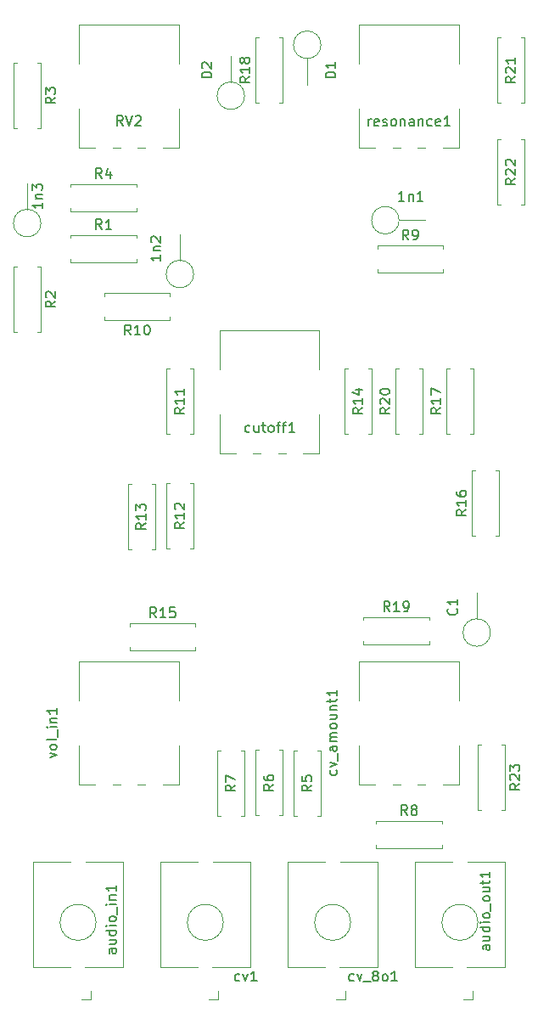
<source format=gto>
%TF.GenerationSoftware,KiCad,Pcbnew,(6.0.7)*%
%TF.CreationDate,2022-08-28T16:32:13+02:00*%
%TF.ProjectId,filter,66696c74-6572-42e6-9b69-6361645f7063,rev?*%
%TF.SameCoordinates,Original*%
%TF.FileFunction,Legend,Top*%
%TF.FilePolarity,Positive*%
%FSLAX46Y46*%
G04 Gerber Fmt 4.6, Leading zero omitted, Abs format (unit mm)*
G04 Created by KiCad (PCBNEW (6.0.7)) date 2022-08-28 16:32:13*
%MOMM*%
%LPD*%
G01*
G04 APERTURE LIST*
%ADD10C,0.150000*%
%ADD11C,0.120000*%
%ADD12O,1.600000X1.600000*%
%ADD13R,1.600000X1.600000*%
%ADD14C,4.000000*%
%ADD15C,1.800000*%
%ADD16C,1.600000*%
%ADD17R,1.930000X1.830000*%
%ADD18C,2.130000*%
%ADD19O,1.050000X1.500000*%
%ADD20R,1.050000X1.500000*%
%ADD21O,1.700000X1.700000*%
%ADD22R,1.700000X1.700000*%
%ADD23C,1.440000*%
G04 APERTURE END LIST*
D10*
X147694761Y-123841904D02*
X147742380Y-123937142D01*
X147742380Y-124127619D01*
X147694761Y-124222857D01*
X147647142Y-124270476D01*
X147551904Y-124318095D01*
X147266190Y-124318095D01*
X147170952Y-124270476D01*
X147123333Y-124222857D01*
X147075714Y-124127619D01*
X147075714Y-123937142D01*
X147123333Y-123841904D01*
X147075714Y-123508571D02*
X147742380Y-123270476D01*
X147075714Y-123032380D01*
X147837619Y-122889523D02*
X147837619Y-122127619D01*
X147742380Y-121460952D02*
X147218571Y-121460952D01*
X147123333Y-121508571D01*
X147075714Y-121603809D01*
X147075714Y-121794285D01*
X147123333Y-121889523D01*
X147694761Y-121460952D02*
X147742380Y-121556190D01*
X147742380Y-121794285D01*
X147694761Y-121889523D01*
X147599523Y-121937142D01*
X147504285Y-121937142D01*
X147409047Y-121889523D01*
X147361428Y-121794285D01*
X147361428Y-121556190D01*
X147313809Y-121460952D01*
X147742380Y-120984761D02*
X147075714Y-120984761D01*
X147170952Y-120984761D02*
X147123333Y-120937142D01*
X147075714Y-120841904D01*
X147075714Y-120699047D01*
X147123333Y-120603809D01*
X147218571Y-120556190D01*
X147742380Y-120556190D01*
X147218571Y-120556190D02*
X147123333Y-120508571D01*
X147075714Y-120413333D01*
X147075714Y-120270476D01*
X147123333Y-120175238D01*
X147218571Y-120127619D01*
X147742380Y-120127619D01*
X147742380Y-119508571D02*
X147694761Y-119603809D01*
X147647142Y-119651428D01*
X147551904Y-119699047D01*
X147266190Y-119699047D01*
X147170952Y-119651428D01*
X147123333Y-119603809D01*
X147075714Y-119508571D01*
X147075714Y-119365714D01*
X147123333Y-119270476D01*
X147170952Y-119222857D01*
X147266190Y-119175238D01*
X147551904Y-119175238D01*
X147647142Y-119222857D01*
X147694761Y-119270476D01*
X147742380Y-119365714D01*
X147742380Y-119508571D01*
X147075714Y-118318095D02*
X147742380Y-118318095D01*
X147075714Y-118746666D02*
X147599523Y-118746666D01*
X147694761Y-118699047D01*
X147742380Y-118603809D01*
X147742380Y-118460952D01*
X147694761Y-118365714D01*
X147647142Y-118318095D01*
X147075714Y-117841904D02*
X147742380Y-117841904D01*
X147170952Y-117841904D02*
X147123333Y-117794285D01*
X147075714Y-117699047D01*
X147075714Y-117556190D01*
X147123333Y-117460952D01*
X147218571Y-117413333D01*
X147742380Y-117413333D01*
X147075714Y-117080000D02*
X147075714Y-116699047D01*
X146742380Y-116937142D02*
X147599523Y-116937142D01*
X147694761Y-116889523D01*
X147742380Y-116794285D01*
X147742380Y-116699047D01*
X147742380Y-115841904D02*
X147742380Y-116413333D01*
X147742380Y-116127619D02*
X146742380Y-116127619D01*
X146885238Y-116222857D01*
X146980476Y-116318095D01*
X147028095Y-116413333D01*
X118364551Y-67247857D02*
X118364551Y-67819285D01*
X118364551Y-67533571D02*
X117364551Y-67533571D01*
X117507409Y-67628809D01*
X117602647Y-67724047D01*
X117650266Y-67819285D01*
X117697885Y-66819285D02*
X118364551Y-66819285D01*
X117793123Y-66819285D02*
X117745504Y-66771666D01*
X117697885Y-66676428D01*
X117697885Y-66533571D01*
X117745504Y-66438333D01*
X117840742Y-66390714D01*
X118364551Y-66390714D01*
X117364551Y-66009761D02*
X117364551Y-65390714D01*
X117745504Y-65724047D01*
X117745504Y-65581190D01*
X117793123Y-65485952D01*
X117840742Y-65438333D01*
X117935980Y-65390714D01*
X118174075Y-65390714D01*
X118269313Y-65438333D01*
X118316932Y-65485952D01*
X118364551Y-65581190D01*
X118364551Y-65866904D01*
X118316932Y-65962142D01*
X118269313Y-66009761D01*
X154881410Y-70941015D02*
X154548077Y-70464825D01*
X154309981Y-70941015D02*
X154309981Y-69941015D01*
X154690934Y-69941015D01*
X154786172Y-69988635D01*
X154833791Y-70036254D01*
X154881410Y-70131492D01*
X154881410Y-70274349D01*
X154833791Y-70369587D01*
X154786172Y-70417206D01*
X154690934Y-70464825D01*
X154309981Y-70464825D01*
X155357600Y-70941015D02*
X155548077Y-70941015D01*
X155643315Y-70893396D01*
X155690934Y-70845777D01*
X155786172Y-70702920D01*
X155833791Y-70512444D01*
X155833791Y-70131492D01*
X155786172Y-70036254D01*
X155738553Y-69988635D01*
X155643315Y-69941015D01*
X155452838Y-69941015D01*
X155357600Y-69988635D01*
X155309981Y-70036254D01*
X155262362Y-70131492D01*
X155262362Y-70369587D01*
X155309981Y-70464825D01*
X155357600Y-70512444D01*
X155452838Y-70560063D01*
X155643315Y-70560063D01*
X155738553Y-70512444D01*
X155786172Y-70464825D01*
X155833791Y-70369587D01*
X150892380Y-59572380D02*
X150892380Y-58905714D01*
X150892380Y-59096190D02*
X150940000Y-59000952D01*
X150987619Y-58953333D01*
X151082857Y-58905714D01*
X151178095Y-58905714D01*
X151892380Y-59524761D02*
X151797142Y-59572380D01*
X151606666Y-59572380D01*
X151511428Y-59524761D01*
X151463809Y-59429523D01*
X151463809Y-59048571D01*
X151511428Y-58953333D01*
X151606666Y-58905714D01*
X151797142Y-58905714D01*
X151892380Y-58953333D01*
X151940000Y-59048571D01*
X151940000Y-59143809D01*
X151463809Y-59239047D01*
X152320952Y-59524761D02*
X152416190Y-59572380D01*
X152606666Y-59572380D01*
X152701904Y-59524761D01*
X152749523Y-59429523D01*
X152749523Y-59381904D01*
X152701904Y-59286666D01*
X152606666Y-59239047D01*
X152463809Y-59239047D01*
X152368571Y-59191428D01*
X152320952Y-59096190D01*
X152320952Y-59048571D01*
X152368571Y-58953333D01*
X152463809Y-58905714D01*
X152606666Y-58905714D01*
X152701904Y-58953333D01*
X153320952Y-59572380D02*
X153225714Y-59524761D01*
X153178095Y-59477142D01*
X153130476Y-59381904D01*
X153130476Y-59096190D01*
X153178095Y-59000952D01*
X153225714Y-58953333D01*
X153320952Y-58905714D01*
X153463809Y-58905714D01*
X153559047Y-58953333D01*
X153606666Y-59000952D01*
X153654285Y-59096190D01*
X153654285Y-59381904D01*
X153606666Y-59477142D01*
X153559047Y-59524761D01*
X153463809Y-59572380D01*
X153320952Y-59572380D01*
X154082857Y-58905714D02*
X154082857Y-59572380D01*
X154082857Y-59000952D02*
X154130476Y-58953333D01*
X154225714Y-58905714D01*
X154368571Y-58905714D01*
X154463809Y-58953333D01*
X154511428Y-59048571D01*
X154511428Y-59572380D01*
X155416190Y-59572380D02*
X155416190Y-59048571D01*
X155368571Y-58953333D01*
X155273333Y-58905714D01*
X155082857Y-58905714D01*
X154987619Y-58953333D01*
X155416190Y-59524761D02*
X155320952Y-59572380D01*
X155082857Y-59572380D01*
X154987619Y-59524761D01*
X154940000Y-59429523D01*
X154940000Y-59334285D01*
X154987619Y-59239047D01*
X155082857Y-59191428D01*
X155320952Y-59191428D01*
X155416190Y-59143809D01*
X155892380Y-58905714D02*
X155892380Y-59572380D01*
X155892380Y-59000952D02*
X155940000Y-58953333D01*
X156035238Y-58905714D01*
X156178095Y-58905714D01*
X156273333Y-58953333D01*
X156320952Y-59048571D01*
X156320952Y-59572380D01*
X157225714Y-59524761D02*
X157130476Y-59572380D01*
X156940000Y-59572380D01*
X156844761Y-59524761D01*
X156797142Y-59477142D01*
X156749523Y-59381904D01*
X156749523Y-59096190D01*
X156797142Y-59000952D01*
X156844761Y-58953333D01*
X156940000Y-58905714D01*
X157130476Y-58905714D01*
X157225714Y-58953333D01*
X158035238Y-59524761D02*
X157940000Y-59572380D01*
X157749523Y-59572380D01*
X157654285Y-59524761D01*
X157606666Y-59429523D01*
X157606666Y-59048571D01*
X157654285Y-58953333D01*
X157749523Y-58905714D01*
X157940000Y-58905714D01*
X158035238Y-58953333D01*
X158082857Y-59048571D01*
X158082857Y-59143809D01*
X157606666Y-59239047D01*
X159035238Y-59572380D02*
X158463809Y-59572380D01*
X158749523Y-59572380D02*
X158749523Y-58572380D01*
X158654285Y-58715238D01*
X158559047Y-58810476D01*
X158463809Y-58858095D01*
X129721578Y-108600489D02*
X129388245Y-108124299D01*
X129150150Y-108600489D02*
X129150150Y-107600489D01*
X129531102Y-107600489D01*
X129626340Y-107648109D01*
X129673959Y-107695728D01*
X129721578Y-107790966D01*
X129721578Y-107933823D01*
X129673959Y-108029061D01*
X129626340Y-108076680D01*
X129531102Y-108124299D01*
X129150150Y-108124299D01*
X130673959Y-108600489D02*
X130102531Y-108600489D01*
X130388245Y-108600489D02*
X130388245Y-107600489D01*
X130293007Y-107743347D01*
X130197769Y-107838585D01*
X130102531Y-107886204D01*
X131578721Y-107600489D02*
X131102531Y-107600489D01*
X131054912Y-108076680D01*
X131102531Y-108029061D01*
X131197769Y-107981442D01*
X131435864Y-107981442D01*
X131531102Y-108029061D01*
X131578721Y-108076680D01*
X131626340Y-108171918D01*
X131626340Y-108410013D01*
X131578721Y-108505251D01*
X131531102Y-108552870D01*
X131435864Y-108600489D01*
X131197769Y-108600489D01*
X131102531Y-108552870D01*
X131054912Y-108505251D01*
X150312380Y-87702857D02*
X149836190Y-88036190D01*
X150312380Y-88274285D02*
X149312380Y-88274285D01*
X149312380Y-87893333D01*
X149360000Y-87798095D01*
X149407619Y-87750476D01*
X149502857Y-87702857D01*
X149645714Y-87702857D01*
X149740952Y-87750476D01*
X149788571Y-87798095D01*
X149836190Y-87893333D01*
X149836190Y-88274285D01*
X150312380Y-86750476D02*
X150312380Y-87321904D01*
X150312380Y-87036190D02*
X149312380Y-87036190D01*
X149455238Y-87131428D01*
X149550476Y-87226666D01*
X149598095Y-87321904D01*
X149645714Y-85893333D02*
X150312380Y-85893333D01*
X149264761Y-86131428D02*
X149979047Y-86369523D01*
X149979047Y-85750476D01*
X126404761Y-59572380D02*
X126071428Y-59096190D01*
X125833333Y-59572380D02*
X125833333Y-58572380D01*
X126214285Y-58572380D01*
X126309523Y-58620000D01*
X126357142Y-58667619D01*
X126404761Y-58762857D01*
X126404761Y-58905714D01*
X126357142Y-59000952D01*
X126309523Y-59048571D01*
X126214285Y-59096190D01*
X125833333Y-59096190D01*
X126690476Y-58572380D02*
X127023809Y-59572380D01*
X127357142Y-58572380D01*
X127642857Y-58667619D02*
X127690476Y-58620000D01*
X127785714Y-58572380D01*
X128023809Y-58572380D01*
X128119047Y-58620000D01*
X128166666Y-58667619D01*
X128214285Y-58762857D01*
X128214285Y-58858095D01*
X128166666Y-59000952D01*
X127595238Y-59572380D01*
X128214285Y-59572380D01*
X124293333Y-69902380D02*
X123960000Y-69426190D01*
X123721904Y-69902380D02*
X123721904Y-68902380D01*
X124102857Y-68902380D01*
X124198095Y-68950000D01*
X124245714Y-68997619D01*
X124293333Y-69092857D01*
X124293333Y-69235714D01*
X124245714Y-69330952D01*
X124198095Y-69378571D01*
X124102857Y-69426190D01*
X123721904Y-69426190D01*
X125245714Y-69902380D02*
X124674285Y-69902380D01*
X124960000Y-69902380D02*
X124960000Y-68902380D01*
X124864761Y-69045238D01*
X124769523Y-69140476D01*
X124674285Y-69188095D01*
X165552380Y-64842857D02*
X165076190Y-65176190D01*
X165552380Y-65414285D02*
X164552380Y-65414285D01*
X164552380Y-65033333D01*
X164600000Y-64938095D01*
X164647619Y-64890476D01*
X164742857Y-64842857D01*
X164885714Y-64842857D01*
X164980952Y-64890476D01*
X165028571Y-64938095D01*
X165076190Y-65033333D01*
X165076190Y-65414285D01*
X164647619Y-64461904D02*
X164600000Y-64414285D01*
X164552380Y-64319047D01*
X164552380Y-64080952D01*
X164600000Y-63985714D01*
X164647619Y-63938095D01*
X164742857Y-63890476D01*
X164838095Y-63890476D01*
X164980952Y-63938095D01*
X165552380Y-64509523D01*
X165552380Y-63890476D01*
X164647619Y-63509523D02*
X164600000Y-63461904D01*
X164552380Y-63366666D01*
X164552380Y-63128571D01*
X164600000Y-63033333D01*
X164647619Y-62985714D01*
X164742857Y-62938095D01*
X164838095Y-62938095D01*
X164980952Y-62985714D01*
X165552380Y-63557142D01*
X165552380Y-62938095D01*
X139052380Y-54682857D02*
X138576190Y-55016190D01*
X139052380Y-55254285D02*
X138052380Y-55254285D01*
X138052380Y-54873333D01*
X138100000Y-54778095D01*
X138147619Y-54730476D01*
X138242857Y-54682857D01*
X138385714Y-54682857D01*
X138480952Y-54730476D01*
X138528571Y-54778095D01*
X138576190Y-54873333D01*
X138576190Y-55254285D01*
X139052380Y-53730476D02*
X139052380Y-54301904D01*
X139052380Y-54016190D02*
X138052380Y-54016190D01*
X138195238Y-54111428D01*
X138290476Y-54206666D01*
X138338095Y-54301904D01*
X138480952Y-53159047D02*
X138433333Y-53254285D01*
X138385714Y-53301904D01*
X138290476Y-53349523D01*
X138242857Y-53349523D01*
X138147619Y-53301904D01*
X138100000Y-53254285D01*
X138052380Y-53159047D01*
X138052380Y-52968571D01*
X138100000Y-52873333D01*
X138147619Y-52825714D01*
X138242857Y-52778095D01*
X138290476Y-52778095D01*
X138385714Y-52825714D01*
X138433333Y-52873333D01*
X138480952Y-52968571D01*
X138480952Y-53159047D01*
X138528571Y-53254285D01*
X138576190Y-53301904D01*
X138671428Y-53349523D01*
X138861904Y-53349523D01*
X138957142Y-53301904D01*
X139004761Y-53254285D01*
X139052380Y-53159047D01*
X139052380Y-52968571D01*
X139004761Y-52873333D01*
X138957142Y-52825714D01*
X138861904Y-52778095D01*
X138671428Y-52778095D01*
X138576190Y-52825714D01*
X138528571Y-52873333D01*
X138480952Y-52968571D01*
X158102380Y-87702857D02*
X157626190Y-88036190D01*
X158102380Y-88274285D02*
X157102380Y-88274285D01*
X157102380Y-87893333D01*
X157150000Y-87798095D01*
X157197619Y-87750476D01*
X157292857Y-87702857D01*
X157435714Y-87702857D01*
X157530952Y-87750476D01*
X157578571Y-87798095D01*
X157626190Y-87893333D01*
X157626190Y-88274285D01*
X158102380Y-86750476D02*
X158102380Y-87321904D01*
X158102380Y-87036190D02*
X157102380Y-87036190D01*
X157245238Y-87131428D01*
X157340476Y-87226666D01*
X157388095Y-87321904D01*
X157102380Y-86417142D02*
X157102380Y-85750476D01*
X158102380Y-86179047D01*
X124293333Y-64822380D02*
X123960000Y-64346190D01*
X123721904Y-64822380D02*
X123721904Y-63822380D01*
X124102857Y-63822380D01*
X124198095Y-63870000D01*
X124245714Y-63917619D01*
X124293333Y-64012857D01*
X124293333Y-64155714D01*
X124245714Y-64250952D01*
X124198095Y-64298571D01*
X124102857Y-64346190D01*
X123721904Y-64346190D01*
X125150476Y-64155714D02*
X125150476Y-64822380D01*
X124912380Y-63774761D02*
X124674285Y-64489047D01*
X125293333Y-64489047D01*
X163012380Y-141288571D02*
X162488571Y-141288571D01*
X162393333Y-141336190D01*
X162345714Y-141431428D01*
X162345714Y-141621904D01*
X162393333Y-141717142D01*
X162964761Y-141288571D02*
X163012380Y-141383809D01*
X163012380Y-141621904D01*
X162964761Y-141717142D01*
X162869523Y-141764761D01*
X162774285Y-141764761D01*
X162679047Y-141717142D01*
X162631428Y-141621904D01*
X162631428Y-141383809D01*
X162583809Y-141288571D01*
X162345714Y-140383809D02*
X163012380Y-140383809D01*
X162345714Y-140812380D02*
X162869523Y-140812380D01*
X162964761Y-140764761D01*
X163012380Y-140669523D01*
X163012380Y-140526666D01*
X162964761Y-140431428D01*
X162917142Y-140383809D01*
X163012380Y-139479047D02*
X162012380Y-139479047D01*
X162964761Y-139479047D02*
X163012380Y-139574285D01*
X163012380Y-139764761D01*
X162964761Y-139860000D01*
X162917142Y-139907619D01*
X162821904Y-139955238D01*
X162536190Y-139955238D01*
X162440952Y-139907619D01*
X162393333Y-139860000D01*
X162345714Y-139764761D01*
X162345714Y-139574285D01*
X162393333Y-139479047D01*
X163012380Y-139002857D02*
X162345714Y-139002857D01*
X162012380Y-139002857D02*
X162060000Y-139050476D01*
X162107619Y-139002857D01*
X162060000Y-138955238D01*
X162012380Y-139002857D01*
X162107619Y-139002857D01*
X163012380Y-138383809D02*
X162964761Y-138479047D01*
X162917142Y-138526666D01*
X162821904Y-138574285D01*
X162536190Y-138574285D01*
X162440952Y-138526666D01*
X162393333Y-138479047D01*
X162345714Y-138383809D01*
X162345714Y-138240952D01*
X162393333Y-138145714D01*
X162440952Y-138098095D01*
X162536190Y-138050476D01*
X162821904Y-138050476D01*
X162917142Y-138098095D01*
X162964761Y-138145714D01*
X163012380Y-138240952D01*
X163012380Y-138383809D01*
X163107619Y-137860000D02*
X163107619Y-137098095D01*
X163012380Y-136717142D02*
X162964761Y-136812380D01*
X162917142Y-136860000D01*
X162821904Y-136907619D01*
X162536190Y-136907619D01*
X162440952Y-136860000D01*
X162393333Y-136812380D01*
X162345714Y-136717142D01*
X162345714Y-136574285D01*
X162393333Y-136479047D01*
X162440952Y-136431428D01*
X162536190Y-136383809D01*
X162821904Y-136383809D01*
X162917142Y-136431428D01*
X162964761Y-136479047D01*
X163012380Y-136574285D01*
X163012380Y-136717142D01*
X162345714Y-135526666D02*
X163012380Y-135526666D01*
X162345714Y-135955238D02*
X162869523Y-135955238D01*
X162964761Y-135907619D01*
X163012380Y-135812380D01*
X163012380Y-135669523D01*
X162964761Y-135574285D01*
X162917142Y-135526666D01*
X162345714Y-135193333D02*
X162345714Y-134812380D01*
X162012380Y-135050476D02*
X162869523Y-135050476D01*
X162964761Y-135002857D01*
X163012380Y-134907619D01*
X163012380Y-134812380D01*
X163012380Y-133955238D02*
X163012380Y-134526666D01*
X163012380Y-134240952D02*
X162012380Y-134240952D01*
X162155238Y-134336190D01*
X162250476Y-134431428D01*
X162298095Y-134526666D01*
X135242380Y-54778095D02*
X134242380Y-54778095D01*
X134242380Y-54540000D01*
X134290000Y-54397142D01*
X134385238Y-54301904D01*
X134480476Y-54254285D01*
X134670952Y-54206666D01*
X134813809Y-54206666D01*
X135004285Y-54254285D01*
X135099523Y-54301904D01*
X135194761Y-54397142D01*
X135242380Y-54540000D01*
X135242380Y-54778095D01*
X134337619Y-53825714D02*
X134290000Y-53778095D01*
X134242380Y-53682857D01*
X134242380Y-53444761D01*
X134290000Y-53349523D01*
X134337619Y-53301904D01*
X134432857Y-53254285D01*
X134528095Y-53254285D01*
X134670952Y-53301904D01*
X135242380Y-53873333D01*
X135242380Y-53254285D01*
X159685527Y-107733487D02*
X159733146Y-107781106D01*
X159780765Y-107923963D01*
X159780765Y-108019201D01*
X159733146Y-108162059D01*
X159637908Y-108257297D01*
X159542670Y-108304916D01*
X159352194Y-108352535D01*
X159209337Y-108352535D01*
X159018861Y-108304916D01*
X158923623Y-108257297D01*
X158828385Y-108162059D01*
X158780765Y-108019201D01*
X158780765Y-107923963D01*
X158828385Y-107781106D01*
X158876004Y-107733487D01*
X159780765Y-106781106D02*
X159780765Y-107352535D01*
X159780765Y-107066821D02*
X158780765Y-107066821D01*
X158923623Y-107162059D01*
X159018861Y-107257297D01*
X159066480Y-107352535D01*
X132532380Y-87702857D02*
X132056190Y-88036190D01*
X132532380Y-88274285D02*
X131532380Y-88274285D01*
X131532380Y-87893333D01*
X131580000Y-87798095D01*
X131627619Y-87750476D01*
X131722857Y-87702857D01*
X131865714Y-87702857D01*
X131960952Y-87750476D01*
X132008571Y-87798095D01*
X132056190Y-87893333D01*
X132056190Y-88274285D01*
X132532380Y-86750476D02*
X132532380Y-87321904D01*
X132532380Y-87036190D02*
X131532380Y-87036190D01*
X131675238Y-87131428D01*
X131770476Y-87226666D01*
X131818095Y-87321904D01*
X132532380Y-85798095D02*
X132532380Y-86369523D01*
X132532380Y-86083809D02*
X131532380Y-86083809D01*
X131675238Y-86179047D01*
X131770476Y-86274285D01*
X131818095Y-86369523D01*
X128689181Y-99211511D02*
X128212991Y-99544844D01*
X128689181Y-99782939D02*
X127689181Y-99782939D01*
X127689181Y-99401987D01*
X127736801Y-99306749D01*
X127784420Y-99259130D01*
X127879658Y-99211511D01*
X128022515Y-99211511D01*
X128117753Y-99259130D01*
X128165372Y-99306749D01*
X128212991Y-99401987D01*
X128212991Y-99782939D01*
X128689181Y-98259130D02*
X128689181Y-98830558D01*
X128689181Y-98544844D02*
X127689181Y-98544844D01*
X127832039Y-98640082D01*
X127927277Y-98735320D01*
X127974896Y-98830558D01*
X127689181Y-97925796D02*
X127689181Y-97306749D01*
X128070134Y-97640082D01*
X128070134Y-97497225D01*
X128117753Y-97401987D01*
X128165372Y-97354368D01*
X128260610Y-97306749D01*
X128498705Y-97306749D01*
X128593943Y-97354368D01*
X128641562Y-97401987D01*
X128689181Y-97497225D01*
X128689181Y-97782939D01*
X128641562Y-97878177D01*
X128593943Y-97925796D01*
X127179642Y-80431887D02*
X126846309Y-79955697D01*
X126608214Y-80431887D02*
X126608214Y-79431887D01*
X126989166Y-79431887D01*
X127084404Y-79479507D01*
X127132023Y-79527126D01*
X127179642Y-79622364D01*
X127179642Y-79765221D01*
X127132023Y-79860459D01*
X127084404Y-79908078D01*
X126989166Y-79955697D01*
X126608214Y-79955697D01*
X128132023Y-80431887D02*
X127560595Y-80431887D01*
X127846309Y-80431887D02*
X127846309Y-79431887D01*
X127751071Y-79574745D01*
X127655833Y-79669983D01*
X127560595Y-79717602D01*
X128751071Y-79431887D02*
X128846309Y-79431887D01*
X128941547Y-79479507D01*
X128989166Y-79527126D01*
X129036785Y-79622364D01*
X129084404Y-79812840D01*
X129084404Y-80050935D01*
X129036785Y-80241411D01*
X128989166Y-80336649D01*
X128941547Y-80384268D01*
X128846309Y-80431887D01*
X128751071Y-80431887D01*
X128655833Y-80384268D01*
X128608214Y-80336649D01*
X128560595Y-80241411D01*
X128512976Y-80050935D01*
X128512976Y-79812840D01*
X128560595Y-79622364D01*
X128608214Y-79527126D01*
X128655833Y-79479507D01*
X128751071Y-79431887D01*
X145232380Y-125326666D02*
X144756190Y-125660000D01*
X145232380Y-125898095D02*
X144232380Y-125898095D01*
X144232380Y-125517142D01*
X144280000Y-125421904D01*
X144327619Y-125374285D01*
X144422857Y-125326666D01*
X144565714Y-125326666D01*
X144660952Y-125374285D01*
X144708571Y-125421904D01*
X144756190Y-125517142D01*
X144756190Y-125898095D01*
X144232380Y-124421904D02*
X144232380Y-124898095D01*
X144708571Y-124945714D01*
X144660952Y-124898095D01*
X144613333Y-124802857D01*
X144613333Y-124564761D01*
X144660952Y-124469523D01*
X144708571Y-124421904D01*
X144803809Y-124374285D01*
X145041904Y-124374285D01*
X145137142Y-124421904D01*
X145184761Y-124469523D01*
X145232380Y-124564761D01*
X145232380Y-124802857D01*
X145184761Y-124898095D01*
X145137142Y-124945714D01*
X165982816Y-125183366D02*
X165506626Y-125516699D01*
X165982816Y-125754794D02*
X164982816Y-125754794D01*
X164982816Y-125373842D01*
X165030436Y-125278604D01*
X165078055Y-125230985D01*
X165173293Y-125183366D01*
X165316150Y-125183366D01*
X165411388Y-125230985D01*
X165459007Y-125278604D01*
X165506626Y-125373842D01*
X165506626Y-125754794D01*
X165078055Y-124802413D02*
X165030436Y-124754794D01*
X164982816Y-124659556D01*
X164982816Y-124421461D01*
X165030436Y-124326223D01*
X165078055Y-124278604D01*
X165173293Y-124230985D01*
X165268531Y-124230985D01*
X165411388Y-124278604D01*
X165982816Y-124850032D01*
X165982816Y-124230985D01*
X164982816Y-123897651D02*
X164982816Y-123278604D01*
X165363769Y-123611937D01*
X165363769Y-123469080D01*
X165411388Y-123373842D01*
X165459007Y-123326223D01*
X165554245Y-123278604D01*
X165792340Y-123278604D01*
X165887578Y-123326223D01*
X165935197Y-123373842D01*
X165982816Y-123469080D01*
X165982816Y-123754794D01*
X165935197Y-123850032D01*
X165887578Y-123897651D01*
X154471948Y-67071542D02*
X153900520Y-67071542D01*
X154186234Y-67071542D02*
X154186234Y-66071542D01*
X154090996Y-66214400D01*
X153995758Y-66309638D01*
X153900520Y-66357257D01*
X154900520Y-66404876D02*
X154900520Y-67071542D01*
X154900520Y-66500114D02*
X154948139Y-66452495D01*
X155043377Y-66404876D01*
X155186234Y-66404876D01*
X155281472Y-66452495D01*
X155329091Y-66547733D01*
X155329091Y-67071542D01*
X156329091Y-67071542D02*
X155757663Y-67071542D01*
X156043377Y-67071542D02*
X156043377Y-66071542D01*
X155948139Y-66214400D01*
X155852901Y-66309638D01*
X155757663Y-66357257D01*
X137612380Y-125326666D02*
X137136190Y-125660000D01*
X137612380Y-125898095D02*
X136612380Y-125898095D01*
X136612380Y-125517142D01*
X136660000Y-125421904D01*
X136707619Y-125374285D01*
X136802857Y-125326666D01*
X136945714Y-125326666D01*
X137040952Y-125374285D01*
X137088571Y-125421904D01*
X137136190Y-125517142D01*
X137136190Y-125898095D01*
X136612380Y-124993333D02*
X136612380Y-124326666D01*
X137612380Y-124755238D01*
X119135714Y-122580000D02*
X119802380Y-122341904D01*
X119135714Y-122103809D01*
X119802380Y-121580000D02*
X119754761Y-121675238D01*
X119707142Y-121722857D01*
X119611904Y-121770476D01*
X119326190Y-121770476D01*
X119230952Y-121722857D01*
X119183333Y-121675238D01*
X119135714Y-121580000D01*
X119135714Y-121437142D01*
X119183333Y-121341904D01*
X119230952Y-121294285D01*
X119326190Y-121246666D01*
X119611904Y-121246666D01*
X119707142Y-121294285D01*
X119754761Y-121341904D01*
X119802380Y-121437142D01*
X119802380Y-121580000D01*
X119802380Y-120675238D02*
X119754761Y-120770476D01*
X119659523Y-120818095D01*
X118802380Y-120818095D01*
X119897619Y-120532380D02*
X119897619Y-119770476D01*
X119802380Y-119532380D02*
X119135714Y-119532380D01*
X118802380Y-119532380D02*
X118850000Y-119580000D01*
X118897619Y-119532380D01*
X118850000Y-119484761D01*
X118802380Y-119532380D01*
X118897619Y-119532380D01*
X119135714Y-119056190D02*
X119802380Y-119056190D01*
X119230952Y-119056190D02*
X119183333Y-119008571D01*
X119135714Y-118913333D01*
X119135714Y-118770476D01*
X119183333Y-118675238D01*
X119278571Y-118627619D01*
X119802380Y-118627619D01*
X119802380Y-117627619D02*
X119802380Y-118199047D01*
X119802380Y-117913333D02*
X118802380Y-117913333D01*
X118945238Y-118008571D01*
X119040476Y-118103809D01*
X119088095Y-118199047D01*
X154773333Y-128322380D02*
X154440000Y-127846190D01*
X154201904Y-128322380D02*
X154201904Y-127322380D01*
X154582857Y-127322380D01*
X154678095Y-127370000D01*
X154725714Y-127417619D01*
X154773333Y-127512857D01*
X154773333Y-127655714D01*
X154725714Y-127750952D01*
X154678095Y-127798571D01*
X154582857Y-127846190D01*
X154201904Y-127846190D01*
X155344761Y-127750952D02*
X155249523Y-127703333D01*
X155201904Y-127655714D01*
X155154285Y-127560476D01*
X155154285Y-127512857D01*
X155201904Y-127417619D01*
X155249523Y-127370000D01*
X155344761Y-127322380D01*
X155535238Y-127322380D01*
X155630476Y-127370000D01*
X155678095Y-127417619D01*
X155725714Y-127512857D01*
X155725714Y-127560476D01*
X155678095Y-127655714D01*
X155630476Y-127703333D01*
X155535238Y-127750952D01*
X155344761Y-127750952D01*
X155249523Y-127798571D01*
X155201904Y-127846190D01*
X155154285Y-127941428D01*
X155154285Y-128131904D01*
X155201904Y-128227142D01*
X155249523Y-128274761D01*
X155344761Y-128322380D01*
X155535238Y-128322380D01*
X155630476Y-128274761D01*
X155678095Y-128227142D01*
X155725714Y-128131904D01*
X155725714Y-127941428D01*
X155678095Y-127846190D01*
X155630476Y-127798571D01*
X155535238Y-127750952D01*
X132532380Y-99132857D02*
X132056190Y-99466190D01*
X132532380Y-99704285D02*
X131532380Y-99704285D01*
X131532380Y-99323333D01*
X131580000Y-99228095D01*
X131627619Y-99180476D01*
X131722857Y-99132857D01*
X131865714Y-99132857D01*
X131960952Y-99180476D01*
X132008571Y-99228095D01*
X132056190Y-99323333D01*
X132056190Y-99704285D01*
X132532380Y-98180476D02*
X132532380Y-98751904D01*
X132532380Y-98466190D02*
X131532380Y-98466190D01*
X131675238Y-98561428D01*
X131770476Y-98656666D01*
X131818095Y-98751904D01*
X131627619Y-97799523D02*
X131580000Y-97751904D01*
X131532380Y-97656666D01*
X131532380Y-97418571D01*
X131580000Y-97323333D01*
X131627619Y-97275714D01*
X131722857Y-97228095D01*
X131818095Y-97228095D01*
X131960952Y-97275714D01*
X132532380Y-97847142D01*
X132532380Y-97228095D01*
X149421428Y-144804761D02*
X149326190Y-144852380D01*
X149135714Y-144852380D01*
X149040476Y-144804761D01*
X148992857Y-144757142D01*
X148945238Y-144661904D01*
X148945238Y-144376190D01*
X148992857Y-144280952D01*
X149040476Y-144233333D01*
X149135714Y-144185714D01*
X149326190Y-144185714D01*
X149421428Y-144233333D01*
X149754761Y-144185714D02*
X149992857Y-144852380D01*
X150230952Y-144185714D01*
X150373809Y-144947619D02*
X151135714Y-144947619D01*
X151516666Y-144280952D02*
X151421428Y-144233333D01*
X151373809Y-144185714D01*
X151326190Y-144090476D01*
X151326190Y-144042857D01*
X151373809Y-143947619D01*
X151421428Y-143900000D01*
X151516666Y-143852380D01*
X151707142Y-143852380D01*
X151802380Y-143900000D01*
X151850000Y-143947619D01*
X151897619Y-144042857D01*
X151897619Y-144090476D01*
X151850000Y-144185714D01*
X151802380Y-144233333D01*
X151707142Y-144280952D01*
X151516666Y-144280952D01*
X151421428Y-144328571D01*
X151373809Y-144376190D01*
X151326190Y-144471428D01*
X151326190Y-144661904D01*
X151373809Y-144757142D01*
X151421428Y-144804761D01*
X151516666Y-144852380D01*
X151707142Y-144852380D01*
X151802380Y-144804761D01*
X151850000Y-144757142D01*
X151897619Y-144661904D01*
X151897619Y-144471428D01*
X151850000Y-144376190D01*
X151802380Y-144328571D01*
X151707142Y-144280952D01*
X152469047Y-144852380D02*
X152373809Y-144804761D01*
X152326190Y-144757142D01*
X152278571Y-144661904D01*
X152278571Y-144376190D01*
X152326190Y-144280952D01*
X152373809Y-144233333D01*
X152469047Y-144185714D01*
X152611904Y-144185714D01*
X152707142Y-144233333D01*
X152754761Y-144280952D01*
X152802380Y-144376190D01*
X152802380Y-144661904D01*
X152754761Y-144757142D01*
X152707142Y-144804761D01*
X152611904Y-144852380D01*
X152469047Y-144852380D01*
X153754761Y-144852380D02*
X153183333Y-144852380D01*
X153469047Y-144852380D02*
X153469047Y-143852380D01*
X153373809Y-143995238D01*
X153278571Y-144090476D01*
X153183333Y-144138095D01*
X138030952Y-144804761D02*
X137935714Y-144852380D01*
X137745238Y-144852380D01*
X137650000Y-144804761D01*
X137602380Y-144757142D01*
X137554761Y-144661904D01*
X137554761Y-144376190D01*
X137602380Y-144280952D01*
X137650000Y-144233333D01*
X137745238Y-144185714D01*
X137935714Y-144185714D01*
X138030952Y-144233333D01*
X138364285Y-144185714D02*
X138602380Y-144852380D01*
X138840476Y-144185714D01*
X139745238Y-144852380D02*
X139173809Y-144852380D01*
X139459523Y-144852380D02*
X139459523Y-143852380D01*
X139364285Y-143995238D01*
X139269047Y-144090476D01*
X139173809Y-144138095D01*
X139056043Y-90084399D02*
X138960804Y-90132018D01*
X138770328Y-90132018D01*
X138675090Y-90084399D01*
X138627471Y-90036780D01*
X138579852Y-89941542D01*
X138579852Y-89655828D01*
X138627471Y-89560590D01*
X138675090Y-89512971D01*
X138770328Y-89465352D01*
X138960804Y-89465352D01*
X139056043Y-89512971D01*
X139913185Y-89465352D02*
X139913185Y-90132018D01*
X139484614Y-89465352D02*
X139484614Y-89989161D01*
X139532233Y-90084399D01*
X139627471Y-90132018D01*
X139770328Y-90132018D01*
X139865566Y-90084399D01*
X139913185Y-90036780D01*
X140246519Y-89465352D02*
X140627471Y-89465352D01*
X140389376Y-89132018D02*
X140389376Y-89989161D01*
X140436995Y-90084399D01*
X140532233Y-90132018D01*
X140627471Y-90132018D01*
X141103662Y-90132018D02*
X141008423Y-90084399D01*
X140960804Y-90036780D01*
X140913185Y-89941542D01*
X140913185Y-89655828D01*
X140960804Y-89560590D01*
X141008423Y-89512971D01*
X141103662Y-89465352D01*
X141246519Y-89465352D01*
X141341757Y-89512971D01*
X141389376Y-89560590D01*
X141436995Y-89655828D01*
X141436995Y-89941542D01*
X141389376Y-90036780D01*
X141341757Y-90084399D01*
X141246519Y-90132018D01*
X141103662Y-90132018D01*
X141722709Y-89465352D02*
X142103662Y-89465352D01*
X141865566Y-90132018D02*
X141865566Y-89274876D01*
X141913185Y-89179638D01*
X142008423Y-89132018D01*
X142103662Y-89132018D01*
X142294138Y-89465352D02*
X142675090Y-89465352D01*
X142436995Y-90132018D02*
X142436995Y-89274876D01*
X142484614Y-89179638D01*
X142579852Y-89132018D01*
X142675090Y-89132018D01*
X143532233Y-90132018D02*
X142960804Y-90132018D01*
X143246519Y-90132018D02*
X143246519Y-89132018D01*
X143151281Y-89274876D01*
X143056043Y-89370114D01*
X142960804Y-89417733D01*
X141428412Y-125251358D02*
X140952222Y-125584692D01*
X141428412Y-125822787D02*
X140428412Y-125822787D01*
X140428412Y-125441834D01*
X140476032Y-125346596D01*
X140523651Y-125298977D01*
X140618889Y-125251358D01*
X140761746Y-125251358D01*
X140856984Y-125298977D01*
X140904603Y-125346596D01*
X140952222Y-125441834D01*
X140952222Y-125822787D01*
X140428412Y-124394215D02*
X140428412Y-124584692D01*
X140476032Y-124679930D01*
X140523651Y-124727549D01*
X140666508Y-124822787D01*
X140856984Y-124870406D01*
X141237936Y-124870406D01*
X141333174Y-124822787D01*
X141380793Y-124775168D01*
X141428412Y-124679930D01*
X141428412Y-124489453D01*
X141380793Y-124394215D01*
X141333174Y-124346596D01*
X141237936Y-124298977D01*
X140999841Y-124298977D01*
X140904603Y-124346596D01*
X140856984Y-124394215D01*
X140809365Y-124489453D01*
X140809365Y-124679930D01*
X140856984Y-124775168D01*
X140904603Y-124822787D01*
X140999841Y-124870406D01*
X153027142Y-108002380D02*
X152693809Y-107526190D01*
X152455714Y-108002380D02*
X152455714Y-107002380D01*
X152836666Y-107002380D01*
X152931904Y-107050000D01*
X152979523Y-107097619D01*
X153027142Y-107192857D01*
X153027142Y-107335714D01*
X152979523Y-107430952D01*
X152931904Y-107478571D01*
X152836666Y-107526190D01*
X152455714Y-107526190D01*
X153979523Y-108002380D02*
X153408095Y-108002380D01*
X153693809Y-108002380D02*
X153693809Y-107002380D01*
X153598571Y-107145238D01*
X153503333Y-107240476D01*
X153408095Y-107288095D01*
X154455714Y-108002380D02*
X154646190Y-108002380D01*
X154741428Y-107954761D01*
X154789047Y-107907142D01*
X154884285Y-107764285D01*
X154931904Y-107573809D01*
X154931904Y-107192857D01*
X154884285Y-107097619D01*
X154836666Y-107050000D01*
X154741428Y-107002380D01*
X154550952Y-107002380D01*
X154455714Y-107050000D01*
X154408095Y-107097619D01*
X154360476Y-107192857D01*
X154360476Y-107430952D01*
X154408095Y-107526190D01*
X154455714Y-107573809D01*
X154550952Y-107621428D01*
X154741428Y-107621428D01*
X154836666Y-107573809D01*
X154884285Y-107526190D01*
X154931904Y-107430952D01*
X119662380Y-77066666D02*
X119186190Y-77400000D01*
X119662380Y-77638095D02*
X118662380Y-77638095D01*
X118662380Y-77257142D01*
X118710000Y-77161904D01*
X118757619Y-77114285D01*
X118852857Y-77066666D01*
X118995714Y-77066666D01*
X119090952Y-77114285D01*
X119138571Y-77161904D01*
X119186190Y-77257142D01*
X119186190Y-77638095D01*
X118757619Y-76685714D02*
X118710000Y-76638095D01*
X118662380Y-76542857D01*
X118662380Y-76304761D01*
X118710000Y-76209523D01*
X118757619Y-76161904D01*
X118852857Y-76114285D01*
X118948095Y-76114285D01*
X119090952Y-76161904D01*
X119662380Y-76733333D01*
X119662380Y-76114285D01*
X165552380Y-54682857D02*
X165076190Y-55016190D01*
X165552380Y-55254285D02*
X164552380Y-55254285D01*
X164552380Y-54873333D01*
X164600000Y-54778095D01*
X164647619Y-54730476D01*
X164742857Y-54682857D01*
X164885714Y-54682857D01*
X164980952Y-54730476D01*
X165028571Y-54778095D01*
X165076190Y-54873333D01*
X165076190Y-55254285D01*
X164647619Y-54301904D02*
X164600000Y-54254285D01*
X164552380Y-54159047D01*
X164552380Y-53920952D01*
X164600000Y-53825714D01*
X164647619Y-53778095D01*
X164742857Y-53730476D01*
X164838095Y-53730476D01*
X164980952Y-53778095D01*
X165552380Y-54349523D01*
X165552380Y-53730476D01*
X165552380Y-52778095D02*
X165552380Y-53349523D01*
X165552380Y-53063809D02*
X164552380Y-53063809D01*
X164695238Y-53159047D01*
X164790476Y-53254285D01*
X164838095Y-53349523D01*
X153022380Y-87702857D02*
X152546190Y-88036190D01*
X153022380Y-88274285D02*
X152022380Y-88274285D01*
X152022380Y-87893333D01*
X152070000Y-87798095D01*
X152117619Y-87750476D01*
X152212857Y-87702857D01*
X152355714Y-87702857D01*
X152450952Y-87750476D01*
X152498571Y-87798095D01*
X152546190Y-87893333D01*
X152546190Y-88274285D01*
X152117619Y-87321904D02*
X152070000Y-87274285D01*
X152022380Y-87179047D01*
X152022380Y-86940952D01*
X152070000Y-86845714D01*
X152117619Y-86798095D01*
X152212857Y-86750476D01*
X152308095Y-86750476D01*
X152450952Y-86798095D01*
X153022380Y-87369523D01*
X153022380Y-86750476D01*
X152022380Y-86131428D02*
X152022380Y-86036190D01*
X152070000Y-85940952D01*
X152117619Y-85893333D01*
X152212857Y-85845714D01*
X152403333Y-85798095D01*
X152641428Y-85798095D01*
X152831904Y-85845714D01*
X152927142Y-85893333D01*
X152974761Y-85940952D01*
X153022380Y-86036190D01*
X153022380Y-86131428D01*
X152974761Y-86226666D01*
X152927142Y-86274285D01*
X152831904Y-86321904D01*
X152641428Y-86369523D01*
X152403333Y-86369523D01*
X152212857Y-86321904D01*
X152117619Y-86274285D01*
X152070000Y-86226666D01*
X152022380Y-86131428D01*
X147602380Y-54778095D02*
X146602380Y-54778095D01*
X146602380Y-54540000D01*
X146650000Y-54397142D01*
X146745238Y-54301904D01*
X146840476Y-54254285D01*
X147030952Y-54206666D01*
X147173809Y-54206666D01*
X147364285Y-54254285D01*
X147459523Y-54301904D01*
X147554761Y-54397142D01*
X147602380Y-54540000D01*
X147602380Y-54778095D01*
X147602380Y-53254285D02*
X147602380Y-53825714D01*
X147602380Y-53540000D02*
X146602380Y-53540000D01*
X146745238Y-53635238D01*
X146840476Y-53730476D01*
X146888095Y-53825714D01*
X130162380Y-72462857D02*
X130162380Y-73034285D01*
X130162380Y-72748571D02*
X129162380Y-72748571D01*
X129305238Y-72843809D01*
X129400476Y-72939047D01*
X129448095Y-73034285D01*
X129495714Y-72034285D02*
X130162380Y-72034285D01*
X129590952Y-72034285D02*
X129543333Y-71986666D01*
X129495714Y-71891428D01*
X129495714Y-71748571D01*
X129543333Y-71653333D01*
X129638571Y-71605714D01*
X130162380Y-71605714D01*
X129257619Y-71177142D02*
X129210000Y-71129523D01*
X129162380Y-71034285D01*
X129162380Y-70796190D01*
X129210000Y-70700952D01*
X129257619Y-70653333D01*
X129352857Y-70605714D01*
X129448095Y-70605714D01*
X129590952Y-70653333D01*
X130162380Y-71224761D01*
X130162380Y-70605714D01*
X119662380Y-56746666D02*
X119186190Y-57080000D01*
X119662380Y-57318095D02*
X118662380Y-57318095D01*
X118662380Y-56937142D01*
X118710000Y-56841904D01*
X118757619Y-56794285D01*
X118852857Y-56746666D01*
X118995714Y-56746666D01*
X119090952Y-56794285D01*
X119138571Y-56841904D01*
X119186190Y-56937142D01*
X119186190Y-57318095D01*
X118662380Y-56413333D02*
X118662380Y-55794285D01*
X119043333Y-56127619D01*
X119043333Y-55984761D01*
X119090952Y-55889523D01*
X119138571Y-55841904D01*
X119233809Y-55794285D01*
X119471904Y-55794285D01*
X119567142Y-55841904D01*
X119614761Y-55889523D01*
X119662380Y-55984761D01*
X119662380Y-56270476D01*
X119614761Y-56365714D01*
X119567142Y-56413333D01*
X160642380Y-97862857D02*
X160166190Y-98196190D01*
X160642380Y-98434285D02*
X159642380Y-98434285D01*
X159642380Y-98053333D01*
X159690000Y-97958095D01*
X159737619Y-97910476D01*
X159832857Y-97862857D01*
X159975714Y-97862857D01*
X160070952Y-97910476D01*
X160118571Y-97958095D01*
X160166190Y-98053333D01*
X160166190Y-98434285D01*
X160642380Y-96910476D02*
X160642380Y-97481904D01*
X160642380Y-97196190D02*
X159642380Y-97196190D01*
X159785238Y-97291428D01*
X159880476Y-97386666D01*
X159928095Y-97481904D01*
X159642380Y-96053333D02*
X159642380Y-96243809D01*
X159690000Y-96339047D01*
X159737619Y-96386666D01*
X159880476Y-96481904D01*
X160070952Y-96529523D01*
X160451904Y-96529523D01*
X160547142Y-96481904D01*
X160594761Y-96434285D01*
X160642380Y-96339047D01*
X160642380Y-96148571D01*
X160594761Y-96053333D01*
X160547142Y-96005714D01*
X160451904Y-95958095D01*
X160213809Y-95958095D01*
X160118571Y-96005714D01*
X160070952Y-96053333D01*
X160023333Y-96148571D01*
X160023333Y-96339047D01*
X160070952Y-96434285D01*
X160118571Y-96481904D01*
X160213809Y-96529523D01*
X125697301Y-141647264D02*
X125173492Y-141647264D01*
X125078254Y-141694883D01*
X125030635Y-141790121D01*
X125030635Y-141980597D01*
X125078254Y-142075835D01*
X125649682Y-141647264D02*
X125697301Y-141742502D01*
X125697301Y-141980597D01*
X125649682Y-142075835D01*
X125554444Y-142123454D01*
X125459206Y-142123454D01*
X125363968Y-142075835D01*
X125316349Y-141980597D01*
X125316349Y-141742502D01*
X125268730Y-141647264D01*
X125030635Y-140742502D02*
X125697301Y-140742502D01*
X125030635Y-141171073D02*
X125554444Y-141171073D01*
X125649682Y-141123454D01*
X125697301Y-141028216D01*
X125697301Y-140885359D01*
X125649682Y-140790121D01*
X125602063Y-140742502D01*
X125697301Y-139837740D02*
X124697301Y-139837740D01*
X125649682Y-139837740D02*
X125697301Y-139932978D01*
X125697301Y-140123454D01*
X125649682Y-140218693D01*
X125602063Y-140266312D01*
X125506825Y-140313931D01*
X125221111Y-140313931D01*
X125125873Y-140266312D01*
X125078254Y-140218693D01*
X125030635Y-140123454D01*
X125030635Y-139932978D01*
X125078254Y-139837740D01*
X125697301Y-139361550D02*
X125030635Y-139361550D01*
X124697301Y-139361550D02*
X124744921Y-139409169D01*
X124792540Y-139361550D01*
X124744921Y-139313931D01*
X124697301Y-139361550D01*
X124792540Y-139361550D01*
X125697301Y-138742502D02*
X125649682Y-138837740D01*
X125602063Y-138885359D01*
X125506825Y-138932978D01*
X125221111Y-138932978D01*
X125125873Y-138885359D01*
X125078254Y-138837740D01*
X125030635Y-138742502D01*
X125030635Y-138599645D01*
X125078254Y-138504407D01*
X125125873Y-138456788D01*
X125221111Y-138409169D01*
X125506825Y-138409169D01*
X125602063Y-138456788D01*
X125649682Y-138504407D01*
X125697301Y-138599645D01*
X125697301Y-138742502D01*
X125792540Y-138218693D02*
X125792540Y-137456788D01*
X125697301Y-137218693D02*
X125030635Y-137218693D01*
X124697301Y-137218693D02*
X124744921Y-137266312D01*
X124792540Y-137218693D01*
X124744921Y-137171073D01*
X124697301Y-137218693D01*
X124792540Y-137218693D01*
X125030635Y-136742502D02*
X125697301Y-136742502D01*
X125125873Y-136742502D02*
X125078254Y-136694883D01*
X125030635Y-136599645D01*
X125030635Y-136456788D01*
X125078254Y-136361550D01*
X125173492Y-136313931D01*
X125697301Y-136313931D01*
X125697301Y-135313931D02*
X125697301Y-135885359D01*
X125697301Y-135599645D02*
X124697301Y-135599645D01*
X124840159Y-135694883D01*
X124935397Y-135790121D01*
X124983016Y-135885359D01*
D11*
X159910000Y-125250000D02*
X159910000Y-121385000D01*
X149970000Y-125250000D02*
X151569000Y-125250000D01*
X149970000Y-116875000D02*
X149970000Y-113010000D01*
X149970000Y-125250000D02*
X149970000Y-121385000D01*
X155811000Y-125250000D02*
X156570000Y-125250000D01*
X153311000Y-125250000D02*
X154070000Y-125250000D01*
X158310000Y-125250000D02*
X159910000Y-125250000D01*
X149970000Y-113010000D02*
X159910000Y-113010000D01*
X159910000Y-116875000D02*
X159910000Y-113010000D01*
X118210000Y-69280000D02*
G75*
G03*
X118210000Y-69280000I-1370000J0D01*
G01*
X116840000Y-67910000D02*
X116840000Y-65300000D01*
X151778077Y-71818635D02*
X151778077Y-71488635D01*
X151778077Y-74228635D02*
X158318077Y-74228635D01*
X151778077Y-73898635D02*
X151778077Y-74228635D01*
X158318077Y-74228635D02*
X158318077Y-73898635D01*
X151778077Y-71488635D02*
X158318077Y-71488635D01*
X158318077Y-71488635D02*
X158318077Y-71818635D01*
X149970000Y-61750000D02*
X151569000Y-61750000D01*
X155811000Y-61750000D02*
X156570000Y-61750000D01*
X153311000Y-61750000D02*
X154070000Y-61750000D01*
X159910000Y-53375000D02*
X159910000Y-49510000D01*
X149970000Y-53375000D02*
X149970000Y-49510000D01*
X159910000Y-61750000D02*
X159910000Y-57885000D01*
X149970000Y-49510000D02*
X159910000Y-49510000D01*
X149970000Y-61750000D02*
X149970000Y-57885000D01*
X158310000Y-61750000D02*
X159910000Y-61750000D01*
X127094436Y-109148109D02*
X133634436Y-109148109D01*
X133634436Y-111888109D02*
X133634436Y-111558109D01*
X127094436Y-111558109D02*
X127094436Y-111888109D01*
X127094436Y-111888109D02*
X133634436Y-111888109D01*
X127094436Y-109478109D02*
X127094436Y-109148109D01*
X133634436Y-109148109D02*
X133634436Y-109478109D01*
X150900000Y-90330000D02*
X151230000Y-90330000D01*
X148820000Y-90330000D02*
X148490000Y-90330000D01*
X151230000Y-83790000D02*
X150900000Y-83790000D01*
X148490000Y-83790000D02*
X148820000Y-83790000D01*
X148490000Y-90330000D02*
X148490000Y-83790000D01*
X151230000Y-90330000D02*
X151230000Y-83790000D01*
X122030000Y-61750000D02*
X123629000Y-61750000D01*
X122030000Y-61750000D02*
X122030000Y-57885000D01*
X125371000Y-61750000D02*
X126130000Y-61750000D01*
X127871000Y-61750000D02*
X128630000Y-61750000D01*
X130370000Y-61750000D02*
X131970000Y-61750000D01*
X122030000Y-53375000D02*
X122030000Y-49510000D01*
X131970000Y-61750000D02*
X131970000Y-57885000D01*
X122030000Y-49510000D02*
X131970000Y-49510000D01*
X131970000Y-53375000D02*
X131970000Y-49510000D01*
X127730000Y-70450000D02*
X127730000Y-70780000D01*
X121190000Y-70780000D02*
X121190000Y-70450000D01*
X121190000Y-70450000D02*
X127730000Y-70450000D01*
X121190000Y-72860000D02*
X121190000Y-73190000D01*
X127730000Y-73190000D02*
X127730000Y-72860000D01*
X121190000Y-73190000D02*
X127730000Y-73190000D01*
X163730000Y-60930000D02*
X164060000Y-60930000D01*
X163730000Y-67470000D02*
X163730000Y-60930000D01*
X166470000Y-67470000D02*
X166470000Y-60930000D01*
X164060000Y-67470000D02*
X163730000Y-67470000D01*
X166470000Y-60930000D02*
X166140000Y-60930000D01*
X166140000Y-67470000D02*
X166470000Y-67470000D01*
X139600000Y-50770000D02*
X139930000Y-50770000D01*
X139930000Y-57310000D02*
X139600000Y-57310000D01*
X142340000Y-57310000D02*
X142340000Y-50770000D01*
X142340000Y-50770000D02*
X142010000Y-50770000D01*
X142010000Y-57310000D02*
X142340000Y-57310000D01*
X139600000Y-57310000D02*
X139600000Y-50770000D01*
X158650000Y-90330000D02*
X158650000Y-83790000D01*
X158980000Y-90330000D02*
X158650000Y-90330000D01*
X161060000Y-90330000D02*
X161390000Y-90330000D01*
X158650000Y-83790000D02*
X158980000Y-83790000D01*
X161390000Y-90330000D02*
X161390000Y-83790000D01*
X161390000Y-83790000D02*
X161060000Y-83790000D01*
X121190000Y-68110000D02*
X127730000Y-68110000D01*
X121190000Y-65370000D02*
X127730000Y-65370000D01*
X127730000Y-65370000D02*
X127730000Y-65700000D01*
X121190000Y-65700000D02*
X121190000Y-65370000D01*
X121190000Y-67780000D02*
X121190000Y-68110000D01*
X127730000Y-68110000D02*
X127730000Y-67780000D01*
X161250000Y-146650000D02*
X160390000Y-146650000D01*
X164520000Y-143500000D02*
X164520000Y-133000000D01*
X161250000Y-146650000D02*
X161250000Y-145850000D01*
X155520000Y-143500000D02*
X155520000Y-133000000D01*
X160820000Y-133000000D02*
X164520000Y-133000000D01*
X155520000Y-133000000D02*
X159220000Y-133000000D01*
X160740000Y-143500000D02*
X164520000Y-143500000D01*
X155520000Y-143500000D02*
X159300000Y-143500000D01*
X161820000Y-139000000D02*
G75*
G03*
X161820000Y-139000000I-1800000J0D01*
G01*
X138530000Y-56580000D02*
G75*
G03*
X138530000Y-56580000I-1370000J0D01*
G01*
X137160000Y-55210000D02*
X137160000Y-52600000D01*
X163068385Y-110106821D02*
G75*
G03*
X163068385Y-110106821I-1370000J0D01*
G01*
X161698385Y-108736821D02*
X161698385Y-106126821D01*
X130710000Y-90330000D02*
X131040000Y-90330000D01*
X133450000Y-90330000D02*
X133120000Y-90330000D01*
X133120000Y-83790000D02*
X133450000Y-83790000D01*
X133450000Y-83790000D02*
X133450000Y-90330000D01*
X130710000Y-83790000D02*
X130710000Y-90330000D01*
X131040000Y-83790000D02*
X130710000Y-83790000D01*
X127215709Y-95298654D02*
X126885709Y-95298654D01*
X129625709Y-95298654D02*
X129625709Y-101838654D01*
X126885709Y-95298654D02*
X126885709Y-101838654D01*
X129295709Y-95298654D02*
X129625709Y-95298654D01*
X129625709Y-101838654D02*
X129295709Y-101838654D01*
X126885709Y-101838654D02*
X127215709Y-101838654D01*
X124552500Y-78979507D02*
X124552500Y-78649507D01*
X131092500Y-78979507D02*
X124552500Y-78979507D01*
X131092500Y-76239507D02*
X124552500Y-76239507D01*
X124552500Y-76239507D02*
X124552500Y-76569507D01*
X131092500Y-78649507D02*
X131092500Y-78979507D01*
X131092500Y-76569507D02*
X131092500Y-76239507D01*
X146150000Y-121890000D02*
X145820000Y-121890000D01*
X143410000Y-121890000D02*
X143740000Y-121890000D01*
X146150000Y-128430000D02*
X146150000Y-121890000D01*
X145820000Y-128430000D02*
X146150000Y-128430000D01*
X143740000Y-128430000D02*
X143410000Y-128430000D01*
X143410000Y-128430000D02*
X143410000Y-121890000D01*
X164530436Y-127810509D02*
X164200436Y-127810509D01*
X161790436Y-121270509D02*
X161790436Y-127810509D01*
X164200436Y-121270509D02*
X164530436Y-121270509D01*
X164530436Y-121270509D02*
X164530436Y-127810509D01*
X162120436Y-121270509D02*
X161790436Y-121270509D01*
X161790436Y-127810509D02*
X162120436Y-127810509D01*
X153944806Y-68989162D02*
G75*
G03*
X153944806Y-68989162I-1370000J0D01*
G01*
X153944806Y-68989162D02*
X156554806Y-68989162D01*
X136120000Y-128430000D02*
X135790000Y-128430000D01*
X135790000Y-121890000D02*
X136120000Y-121890000D01*
X138530000Y-128430000D02*
X138530000Y-121890000D01*
X138200000Y-128430000D02*
X138530000Y-128430000D01*
X138530000Y-121890000D02*
X138200000Y-121890000D01*
X135790000Y-128430000D02*
X135790000Y-121890000D01*
X125371000Y-125250000D02*
X126130000Y-125250000D01*
X122030000Y-116875000D02*
X122030000Y-113010000D01*
X122030000Y-125250000D02*
X123629000Y-125250000D01*
X131970000Y-125250000D02*
X131970000Y-121385000D01*
X122030000Y-125250000D02*
X122030000Y-121385000D01*
X130370000Y-125250000D02*
X131970000Y-125250000D01*
X131970000Y-116875000D02*
X131970000Y-113010000D01*
X127871000Y-125250000D02*
X128630000Y-125250000D01*
X122030000Y-113010000D02*
X131970000Y-113010000D01*
X151670000Y-129200000D02*
X151670000Y-128870000D01*
X158210000Y-128870000D02*
X158210000Y-129200000D01*
X151670000Y-128870000D02*
X158210000Y-128870000D01*
X151670000Y-131610000D02*
X158210000Y-131610000D01*
X151670000Y-131280000D02*
X151670000Y-131610000D01*
X158210000Y-131610000D02*
X158210000Y-131280000D01*
X133450000Y-101760000D02*
X133450000Y-95220000D01*
X131040000Y-101760000D02*
X130710000Y-101760000D01*
X130710000Y-95220000D02*
X131040000Y-95220000D01*
X133120000Y-101760000D02*
X133450000Y-101760000D01*
X133450000Y-95220000D02*
X133120000Y-95220000D01*
X130710000Y-101760000D02*
X130710000Y-95220000D01*
X148550000Y-146650000D02*
X147690000Y-146650000D01*
X148120000Y-133000000D02*
X151820000Y-133000000D01*
X142820000Y-143500000D02*
X146600000Y-143500000D01*
X148550000Y-146650000D02*
X148550000Y-145850000D01*
X142820000Y-143500000D02*
X142820000Y-133000000D01*
X148040000Y-143500000D02*
X151820000Y-143500000D01*
X142820000Y-133000000D02*
X146520000Y-133000000D01*
X151820000Y-143500000D02*
X151820000Y-133000000D01*
X149120000Y-139000000D02*
G75*
G03*
X149120000Y-139000000I-1800000J0D01*
G01*
X135850000Y-146650000D02*
X134990000Y-146650000D01*
X135850000Y-146650000D02*
X135850000Y-145850000D01*
X130120000Y-133000000D02*
X133820000Y-133000000D01*
X139120000Y-143500000D02*
X139120000Y-133000000D01*
X130120000Y-143500000D02*
X130120000Y-133000000D01*
X135340000Y-143500000D02*
X139120000Y-143500000D01*
X135420000Y-133000000D02*
X139120000Y-133000000D01*
X130120000Y-143500000D02*
X133900000Y-143500000D01*
X136420000Y-139000000D02*
G75*
G03*
X136420000Y-139000000I-1800000J0D01*
G01*
X145976702Y-83855000D02*
X145976702Y-79990000D01*
X141877702Y-92230000D02*
X142636702Y-92230000D01*
X136036702Y-92230000D02*
X136036702Y-88365000D01*
X136036702Y-79990000D02*
X145976702Y-79990000D01*
X136036702Y-92230000D02*
X137635702Y-92230000D01*
X136036702Y-83855000D02*
X136036702Y-79990000D01*
X145976702Y-92230000D02*
X145976702Y-88365000D01*
X139377702Y-92230000D02*
X140136702Y-92230000D01*
X144376702Y-92230000D02*
X145976702Y-92230000D01*
X142353490Y-128354692D02*
X142353490Y-121814692D01*
X139613490Y-128354692D02*
X139613490Y-121814692D01*
X142353490Y-121814692D02*
X142023490Y-121814692D01*
X139613490Y-121814692D02*
X139943490Y-121814692D01*
X142023490Y-128354692D02*
X142353490Y-128354692D01*
X139943490Y-128354692D02*
X139613490Y-128354692D01*
X150400000Y-111290000D02*
X156940000Y-111290000D01*
X156940000Y-108550000D02*
X156940000Y-108880000D01*
X150400000Y-108880000D02*
X150400000Y-108550000D01*
X150400000Y-108550000D02*
X156940000Y-108550000D01*
X156940000Y-111290000D02*
X156940000Y-110960000D01*
X150400000Y-110960000D02*
X150400000Y-111290000D01*
X117880000Y-73630000D02*
X118210000Y-73630000D01*
X115470000Y-80170000D02*
X115800000Y-80170000D01*
X115470000Y-73630000D02*
X115470000Y-80170000D01*
X118210000Y-80170000D02*
X117880000Y-80170000D01*
X118210000Y-73630000D02*
X118210000Y-80170000D01*
X115800000Y-73630000D02*
X115470000Y-73630000D01*
X164060000Y-50770000D02*
X163730000Y-50770000D01*
X166140000Y-50770000D02*
X166470000Y-50770000D01*
X163730000Y-57310000D02*
X164060000Y-57310000D01*
X166470000Y-57310000D02*
X166140000Y-57310000D01*
X163730000Y-50770000D02*
X163730000Y-57310000D01*
X166470000Y-50770000D02*
X166470000Y-57310000D01*
X156310000Y-90330000D02*
X156310000Y-83790000D01*
X153570000Y-90330000D02*
X153570000Y-83790000D01*
X156310000Y-83790000D02*
X155980000Y-83790000D01*
X153900000Y-90330000D02*
X153570000Y-90330000D01*
X153570000Y-83790000D02*
X153900000Y-83790000D01*
X155980000Y-90330000D02*
X156310000Y-90330000D01*
X146150000Y-51500000D02*
G75*
G03*
X146150000Y-51500000I-1370000J0D01*
G01*
X144780000Y-52870000D02*
X144780000Y-55480000D01*
X133450000Y-74360000D02*
G75*
G03*
X133450000Y-74360000I-1370000J0D01*
G01*
X132080000Y-72990000D02*
X132080000Y-70380000D01*
X115800000Y-53310000D02*
X115470000Y-53310000D01*
X117880000Y-53310000D02*
X118210000Y-53310000D01*
X115470000Y-53310000D02*
X115470000Y-59850000D01*
X115470000Y-59850000D02*
X115800000Y-59850000D01*
X118210000Y-53310000D02*
X118210000Y-59850000D01*
X118210000Y-59850000D02*
X117880000Y-59850000D01*
X163930000Y-93950000D02*
X163600000Y-93950000D01*
X163600000Y-100490000D02*
X163930000Y-100490000D01*
X161520000Y-100490000D02*
X161190000Y-100490000D01*
X161190000Y-100490000D02*
X161190000Y-93950000D01*
X161190000Y-93950000D02*
X161520000Y-93950000D01*
X163930000Y-100490000D02*
X163930000Y-93950000D01*
X123150000Y-146650000D02*
X123150000Y-145850000D01*
X126420000Y-143500000D02*
X126420000Y-133000000D01*
X117420000Y-143500000D02*
X121200000Y-143500000D01*
X117420000Y-133000000D02*
X121120000Y-133000000D01*
X117420000Y-143500000D02*
X117420000Y-133000000D01*
X122640000Y-143500000D02*
X126420000Y-143500000D01*
X122720000Y-133000000D02*
X126420000Y-133000000D01*
X123150000Y-146650000D02*
X122290000Y-146650000D01*
X123720000Y-139000000D02*
G75*
G03*
X123720000Y-139000000I-1800000J0D01*
G01*
%LPC*%
D12*
X144874245Y-77149368D03*
X144874245Y-74609368D03*
X144874245Y-72069368D03*
X144874245Y-69529368D03*
X144874245Y-66989368D03*
X144874245Y-64449368D03*
X144874245Y-61909368D03*
X137254245Y-61909368D03*
X137254245Y-64449368D03*
X137254245Y-66989368D03*
X137254245Y-69529368D03*
X137254245Y-72069368D03*
X137254245Y-74609368D03*
D13*
X137254245Y-77149368D03*
D14*
X150540000Y-119130000D03*
X159340000Y-119130000D03*
D15*
X157440000Y-126130000D03*
X154940000Y-126130000D03*
X152440000Y-126130000D03*
D12*
X116840000Y-64200000D03*
D16*
X116840000Y-69280000D03*
D12*
X158858077Y-72858635D03*
D16*
X151238077Y-72858635D03*
D14*
X150540000Y-55630000D03*
X159340000Y-55630000D03*
D15*
X157440000Y-62630000D03*
X154940000Y-62630000D03*
X152440000Y-62630000D03*
D12*
X134174436Y-110518109D03*
D16*
X126554436Y-110518109D03*
D12*
X149860000Y-83250000D03*
D16*
X149860000Y-90870000D03*
D14*
X131400000Y-55630000D03*
X122600000Y-55630000D03*
D15*
X129500000Y-62630000D03*
X127000000Y-62630000D03*
X124500000Y-62630000D03*
D12*
X128270000Y-71820000D03*
D16*
X120650000Y-71820000D03*
D12*
X165100000Y-60390000D03*
D16*
X165100000Y-68010000D03*
D12*
X140970000Y-50230000D03*
D16*
X140970000Y-57850000D03*
D12*
X160020000Y-83250000D03*
D16*
X160020000Y-90870000D03*
D12*
X128270000Y-66740000D03*
D16*
X120650000Y-66740000D03*
D17*
X160020000Y-145480000D03*
D18*
X160020000Y-134080000D03*
X160020000Y-142380000D03*
D12*
X137160000Y-51500000D03*
D16*
X137160000Y-56580000D03*
D12*
X161698385Y-105026821D03*
D16*
X161698385Y-110106821D03*
D12*
X132080000Y-90870000D03*
D16*
X132080000Y-83250000D03*
D12*
X128255709Y-102378654D03*
D16*
X128255709Y-94758654D03*
D12*
X124012500Y-77609507D03*
D16*
X131632500Y-77609507D03*
X144780000Y-128970000D03*
D12*
X144780000Y-121350000D03*
X163160436Y-128350509D03*
D16*
X163160436Y-120730509D03*
D12*
X157654806Y-68989162D03*
D16*
X152574806Y-68989162D03*
X137160000Y-128970000D03*
D12*
X137160000Y-121350000D03*
D14*
X131400000Y-119130000D03*
X122600000Y-119130000D03*
D15*
X129500000Y-126130000D03*
X127000000Y-126130000D03*
X124500000Y-126130000D03*
D16*
X151130000Y-130240000D03*
D12*
X158750000Y-130240000D03*
X132080000Y-94680000D03*
D16*
X132080000Y-102300000D03*
D17*
X147320000Y-145480000D03*
D18*
X147320000Y-134080000D03*
X147320000Y-142380000D03*
D17*
X134620000Y-145480000D03*
D18*
X134620000Y-134080000D03*
X134620000Y-142380000D03*
D14*
X136606702Y-86110000D03*
X145406702Y-86110000D03*
D15*
X143506702Y-93110000D03*
X141006702Y-93110000D03*
X138506702Y-93110000D03*
D16*
X140983490Y-128894692D03*
D12*
X140983490Y-121274692D03*
X157480000Y-109920000D03*
D16*
X149860000Y-109920000D03*
D12*
X116840000Y-80710000D03*
D16*
X116840000Y-73090000D03*
D12*
X165100000Y-57850000D03*
D16*
X165100000Y-50230000D03*
D12*
X154940000Y-83250000D03*
D16*
X154940000Y-90870000D03*
D12*
X144780000Y-56580000D03*
D16*
X144780000Y-51500000D03*
D12*
X132080000Y-69280000D03*
D16*
X132080000Y-74360000D03*
X116840000Y-52770000D03*
D12*
X116840000Y-60390000D03*
X162560000Y-93410000D03*
D16*
X162560000Y-101030000D03*
D17*
X121920000Y-145480000D03*
D18*
X121920000Y-134080000D03*
X121920000Y-142380000D03*
D19*
X162560000Y-71820000D03*
X163830000Y-71820000D03*
D20*
X165100000Y-71820000D03*
D21*
X120655000Y-103585000D03*
X123195000Y-103585000D03*
X120655000Y-101045000D03*
X123195000Y-101045000D03*
X120655000Y-98505000D03*
X123195000Y-98505000D03*
X120655000Y-95965000D03*
X123195000Y-95965000D03*
X120655000Y-93425000D03*
X123195000Y-93425000D03*
X120655000Y-90885000D03*
X123195000Y-90885000D03*
X120655000Y-88345000D03*
X123195000Y-88345000D03*
X120655000Y-85805000D03*
D22*
X123195000Y-85805000D03*
D12*
X137502602Y-98256647D03*
X137502602Y-100796647D03*
X137502602Y-103336647D03*
X137502602Y-105876647D03*
X137502602Y-108416647D03*
X137502602Y-110956647D03*
X137502602Y-113496647D03*
X137502602Y-116036647D03*
X145122602Y-116036647D03*
X145122602Y-113496647D03*
X145122602Y-110956647D03*
X145122602Y-108416647D03*
X145122602Y-105876647D03*
X145122602Y-103336647D03*
X145122602Y-100796647D03*
D13*
X145122602Y-98256647D03*
D23*
X152400000Y-79440000D03*
X154940000Y-76900000D03*
X157480000Y-79440000D03*
D19*
X165100000Y-76900000D03*
X163830000Y-76900000D03*
D20*
X162560000Y-76900000D03*
M02*

</source>
